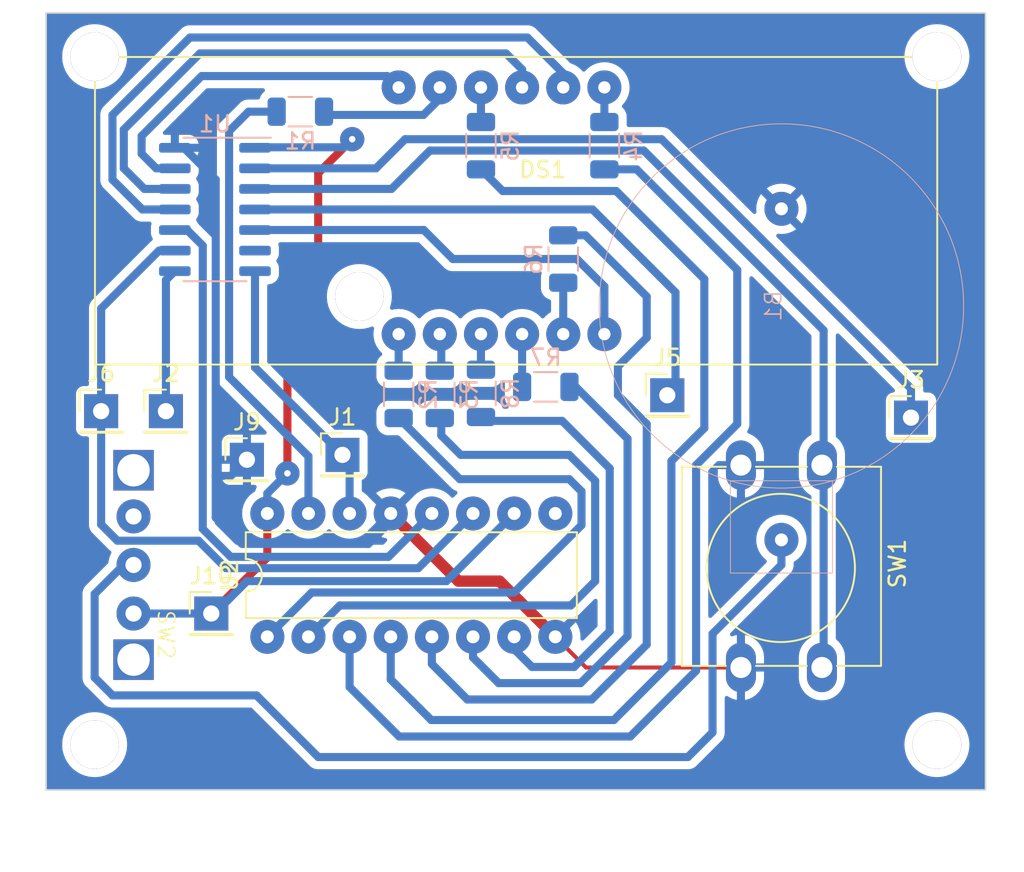
<source format=kicad_pcb>
(kicad_pcb (version 20240108) (generator "pcbnew") (generator_version "8.0")
  (layers (0 "F.Cu" signal) (31 "B.Cu" signal) (34 "B.Paste" user) (35 "F.Paste" user) (36 "B.SilkS" user "B.Silkscreen") (37 "F.SilkS" user "F.Silkscreen") (38 "B.Mask" user) (39 "F.Mask" user) (44 "Edge.Cuts" user))
  (net 0 "")
  (net 1 "DP4")
  (net 2 "DP3")
  (net 3 "DP2")
  (net 4 "DP1")
  (net 5 "MOSI")
  (net 6 "GND")
  (net 7 "+3V0")
  (net 8 "MISO")
  (net 9 "SCK")
  (net 10 "reset")
  (net 11 "Net-(U2-QA)")
  (net 12 "Net-(U2-QB)")
  (net 13 "Net-(U2-QC)")
  (net 14 "Net-(U2-QD)")
  (net 15 "Net-(U2-QE)")
  (net 16 "Net-(U2-QF)")
  (net 17 "Net-(U2-QG)")
  (net 18 "Net-(U2-QH)")
  (net 19 "PB2")
  (net 20 "serialCS")
  (net 21 "CS2")
  (net 24 "Net-(SW2A-B)")
  (net 26 "A")
  (net 27 "F")
  (net 28 "E")
  (net 29 "C")
  (net 30 "G")
  (net 31 "Dp")
  (net 32 "D")
  (net 33 "B")
  (footprint "CustomParts:hole-3.0mm" (layer "F.Cu") (at 109.6 67)
    (property "Reference" "H**" (hide yes))
    (property "Value" "hole-3.0mm" (hide yes))
    (pad "" thru_hole circle (at 0 0) (size 3 3) (drill 3) (layers "*.Cu"))
  )
  (footprint "Connector_PinHeader_2.54mm:PinHeader_1x01_P2.54mm_Vertical" (layer "F.Cu") (at 72.9 49.1)
    (property "Reference" "J1" (at 0 -2.33 0) (layer "F.SilkS"))
    (property "Value" "Conn_01x01_Pin")
    (fp_line (start -1.33 -1.33) (end 0 -1.33) (stroke (width 0.12)) (layer "F.SilkS"))
    (fp_line (start -1.33 0) (end -1.33 -1.33) (stroke (width 0.12)) (layer "F.SilkS"))
    (fp_line (start -1.33 1.27) (end -1.33 1.33) (stroke (width 0.12)) (layer "F.SilkS"))
    (fp_line (start -1.33 1.27) (end 1.33 1.27) (stroke (width 0.12)) (layer "F.SilkS"))
    (fp_line (start -1.33 1.33) (end 1.33 1.33) (stroke (width 0.12)) (layer "F.SilkS"))
    (fp_line (start 1.33 1.27) (end 1.33 1.33) (stroke (width 0.12)) (layer "F.SilkS"))
    (pad "1" thru_hole rect (at 0 0) (size 2.1 2.1) (drill 1) (layers "*.Cu" "*.Mask") (net 5 "MOSI"))
  )
  (footprint "CustomParts:hole-3.0mm" (layer "F.Cu") (at 73.942 39.318)
    (property "Reference" "H**" (hide yes))
    (property "Value" "hole-3.0mm" (hide yes))
    (pad "" thru_hole circle (at 0 0) (size 3 3) (drill 3) (layers "*.Cu"))
  )
  (footprint "CustomParts:SH5461AS" (layer "F.Cu") (at 82.72 34.02)
    (property "Reference" "DS1" (at 2.54 -2.54 0) (layer "F.SilkS"))
    (property "Value" "~" (hide yes))
    (fp_rect (start -25.1 -9.5) (end 26.9 9.5) (stroke (width 0.12)) (fill none) (layer "F.SilkS"))
    (pad "1" thru_hole circle (at -6.35 7.62) (size 2.1 2.1) (drill 0.762) (layers "*.Cu" "*.Mask") (net 28 "E"))
    (pad "2" thru_hole circle (at -3.81 7.62) (size 2.1 2.1) (drill 0.762) (layers "*.Cu" "*.Mask") (net 32 "D"))
    (pad "3" thru_hole circle (at -1.27 7.62) (size 2.1 2.1) (drill 0.762) (layers "*.Cu" "*.Mask") (net 31 "Dp"))
    (pad "4" thru_hole circle (at 1.27 7.62) (size 2.1 2.1) (drill 0.762) (layers "*.Cu" "*.Mask") (net 29 "C"))
    (pad "5" thru_hole circle (at 3.81 7.62) (size 2.1 2.1) (drill 0.762) (layers "*.Cu" "*.Mask") (net 30 "G"))
    (pad "6" thru_hole circle (at 6.35 7.62) (size 2.1 2.1) (drill 0.762) (layers "*.Cu" "*.Mask") (net 1 "DP4"))
    (pad "7" thru_hole circle (at 6.35 -7.62) (size 2.1 2.1) (drill 0.762) (layers "*.Cu" "*.Mask") (net 33 "B"))
    (pad "8" thru_hole circle (at 3.81 -7.62) (size 2.1 2.1) (drill 0.762) (layers "*.Cu" "*.Mask") (net 2 "DP3"))
    (pad "9" thru_hole circle (at 1.27 -7.62) (size 2.1 2.1) (drill 0.762) (layers "*.Cu" "*.Mask") (net 4 "DP1"))
    (pad "10" thru_hole circle (at -1.27 -7.62) (size 2.1 2.1) (drill 0.762) (layers "*.Cu" "*.Mask") (net 27 "F"))
    (pad "11" thru_hole circle (at -3.81 -7.62) (size 2.1 2.1) (drill 0.762) (layers "*.Cu" "*.Mask") (net 26 "A"))
    (pad "12" thru_hole circle (at -6.35 -7.62) (size 2.1 2.1) (drill 0.762) (layers "*.Cu" "*.Mask") (net 3 "DP2"))
  )
  (footprint "Connector_PinHeader_2.54mm:PinHeader_1x01_P2.54mm_Vertical" (layer "F.Cu") (at 108 46.8)
    (property "Reference" "J3" (at 0 -2.33 0) (layer "F.SilkS"))
    (property "Value" "Conn_01x01_Pin")
    (fp_line (start -1.33 -1.33) (end 0 -1.33) (stroke (width 0.12)) (layer "F.SilkS"))
    (fp_line (start -1.33 0) (end -1.33 -1.33) (stroke (width 0.12)) (layer "F.SilkS"))
    (fp_line (start -1.33 1.27) (end -1.33 1.33) (stroke (width 0.12)) (layer "F.SilkS"))
    (fp_line (start -1.33 1.27) (end 1.33 1.27) (stroke (width 0.12)) (layer "F.SilkS"))
    (fp_line (start -1.33 1.33) (end 1.33 1.33) (stroke (width 0.12)) (layer "F.SilkS"))
    (fp_line (start 1.33 1.27) (end 1.33 1.33) (stroke (width 0.12)) (layer "F.SilkS"))
    (pad "1" thru_hole rect (at 0 0) (size 2.1 2.1) (drill 1) (layers "*.Cu" "*.Mask") (net 20 "serialCS"))
  )
  (footprint "Button_Switch_THT:SW_PUSH-12mm" (layer "F.Cu") (at 102.5 49.734 -90)
    (property "Reference" "SW1" (at 6.08 -4.66 90) (layer "F.SilkS"))
    (property "Value" "SW_Push")
    (fp_line (start 0.1 8.65) (end 0.1 5.93) (stroke (width 0.12)) (layer "F.SilkS"))
    (fp_line (start 12.4 8.65) (end 0.1 8.65) (stroke (width 0.12)) (layer "F.SilkS"))
    (fp_line (start 12.4 5.93) (end 12.4 8.65) (stroke (width 0.12)) (layer "F.SilkS"))
    (fp_line (start 0.1 4.07) (end 0.1 0.93) (stroke (width 0.12)) (layer "F.SilkS"))
    (fp_line (start 12.4 0.93) (end 12.4 4.07) (stroke (width 0.12)) (layer "F.SilkS"))
    (fp_line (start 0.1 -0.93) (end 0.1 -3.65) (stroke (width 0.12)) (layer "F.SilkS"))
    (fp_line (start 0.1 -3.65) (end 12.4 -3.65) (stroke (width 0.12)) (layer "F.SilkS"))
    (fp_line (start 12.4 -3.65) (end 12.4 -0.93) (stroke (width 0.12)) (layer "F.SilkS"))
    (fp_circle (center 6.35 2.54) (end 10.16 5.08) (stroke (width 0.12)) (fill none) (layer "F.SilkS"))
    (pad "1" thru_hole oval (at 0 0 270) (size 3.048 1.85) (drill 1.3) (layers "*.Cu" "*.Mask") (net 19 "PB2"))
    (pad "1" thru_hole oval (at 12.5 0 270) (size 3.048 1.85) (drill 1.3) (layers "*.Cu" "*.Mask") (net 19 "PB2"))
    (pad "2" thru_hole oval (at 0 5 270) (size 3.048 1.85) (drill 1.3) (layers "*.Cu" "*.Mask") (net 6 "GND"))
    (pad "2" thru_hole oval (at 12.5 5 270) (size 3.048 1.85) (drill 1.3) (layers "*.Cu" "*.Mask") (net 6 "GND"))
  )
  (footprint "CustomParts:SS12F47" (layer "F.Cu") (at 60 55.9 -90)
    (property "Reference" "SW2" (at 4.3 -2 -90) (layer "F.SilkS") (effects (font (thickness 0.1))))
    (property "Value" "SW_DPDT_x2")
    (pad "" np_thru_hole rect (at -5.85 0 270) (size 2.5 2.5) (drill 2) (layers "F&B.Cu" "*.Mask"))
    (pad "" np_thru_hole rect (at 5.85 0 270) (size 2.5 2.5) (drill 2) (layers "F&B.Cu" "*.Mask"))
    (pad "1" thru_hole circle (at 3 0 270) (size 2.1 2.1) (drill 1) (layers "*.Cu" "*.Mask") (net 7 "+3V0"))
    (pad "2" thru_hole circle (at 0 0 270) (size 2.1 2.1) (drill 1) (layers "*.Cu" "*.Mask") (net 24 "Net-(SW2A-B)"))
    (pad "3" thru_hole circle (at -3 0 270) (size 2.1 2.1) (drill 1) (layers "*.Cu" "*.Mask"))
  )
  (footprint "Package_DIP:DIP-16_W7.62mm" (layer "F.Cu") (at 68.26 60.34 90)
    (property "Reference" "U2" (at 3.81 -2.33 90) (layer "F.SilkS"))
    (property "Value" "74HC595")
    (fp_line (start 6.46 -1.33) (end 4.81 -1.33) (stroke (width 0.12)) (layer "F.SilkS"))
    (fp_line (start 2.81 -1.33) (end 1.16 -1.33) (stroke (width 0.12)) (layer "F.SilkS"))
    (fp_line (start 1.16 -1.33) (end 1.16 19.11) (stroke (width 0.12)) (layer "F.SilkS"))
    (fp_line (start 6.46 19.11) (end 6.46 -1.33) (stroke (width 0.12)) (layer "F.SilkS"))
    (fp_line (start 1.16 19.11) (end 6.46 19.11) (stroke (width 0.12)) (layer "F.SilkS"))
    (fp_arc (start 4.81 -1.33) (mid 3.81 -0.33) (end 2.81 -1.33) (stroke (width 0.12)) (layer "F.SilkS"))
    (pad "1" thru_hole circle (at 0 0 90) (size 2.1 2.1) (drill 0.8) (layers "*.Cu" "*.Mask") (net 12 "Net-(U2-QB)"))
    (pad "2" thru_hole circle (at 0 2.54 90) (size 2.1 2.1) (drill 0.8) (layers "*.Cu" "*.Mask") (net 13 "Net-(U2-QC)"))
    (pad "3" thru_hole circle (at 0 5.08 90) (size 2.1 2.1) (drill 0.8) (layers "*.Cu" "*.Mask") (net 14 "Net-(U2-QD)"))
    (pad "4" thru_hole circle (at 0 7.62 90) (size 2.1 2.1) (drill 0.8) (layers "*.Cu" "*.Mask") (net 15 "Net-(U2-QE)"))
    (pad "5" thru_hole circle (at 0 10.16 90) (size 2.1 2.1) (drill 0.8) (layers "*.Cu" "*.Mask") (net 16 "Net-(U2-QF)"))
    (pad "6" thru_hole circle (at 0 12.7 90) (size 2.1 2.1) (drill 0.8) (layers "*.Cu" "*.Mask") (net 17 "Net-(U2-QG)"))
    (pad "7" thru_hole circle (at 0 15.24 90) (size 2.1 2.1) (drill 0.8) (layers "*.Cu" "*.Mask") (net 18 "Net-(U2-QH)"))
    (pad "8" thru_hole circle (at 0 17.78 90) (size 2.1 2.1) (drill 0.8) (layers "*.Cu" "*.Mask") (net 6 "GND"))
    (pad "9" thru_hole circle (at 7.62 17.78 90) (size 2.1 2.1) (drill 0.8) (layers "*.Cu" "*.Mask"))
    (pad "10" thru_hole circle (at 7.62 15.24 90) (size 2.1 2.1) (drill 0.8) (layers "*.Cu" "*.Mask") (net 7 "+3V0"))
    (pad "11" thru_hole circle (at 7.62 12.7 90) (size 2.1 2.1) (drill 0.8) (layers "*.Cu" "*.Mask") (net 9 "SCK"))
    (pad "12" thru_hole circle (at 7.62 10.16 90) (size 2.1 2.1) (drill 0.8) (layers "*.Cu" "*.Mask") (net 21 "CS2"))
    (pad "13" thru_hole circle (at 7.62 7.62 90) (size 2.1 2.1) (drill 0.8) (layers "*.Cu" "*.Mask") (net 6 "GND"))
    (pad "14" thru_hole circle (at 7.62 5.08 90) (size 2.1 2.1) (drill 0.8) (layers "*.Cu" "*.Mask") (net 5 "MOSI"))
    (pad "15" thru_hole circle (at 7.62 2.54 90) (size 2.1 2.1) (drill 0.8) (layers "*.Cu" "*.Mask") (net 11 "Net-(U2-QA)"))
    (pad "16" thru_hole circle (at 7.62 0 90) (size 2.1 2.1) (drill 0.8) (layers "*.Cu" "*.Mask") (net 7 "+3V0"))
  )
  (footprint "CustomParts:hole-3.0mm" (layer "F.Cu") (at 109.6 24.5)
    (property "Reference" "H**" (hide yes))
    (property "Value" "hole-3.0mm" (hide yes))
    (pad "" thru_hole circle (at 0 0) (size 3 3) (drill 3) (layers "*.Cu"))
  )
  (footprint "CustomParts:hole-3.0mm" (layer "F.Cu") (at 57.6 24.5)
    (property "Reference" "H**" (hide yes))
    (property "Value" "hole-3.0mm" (hide yes))
    (pad "" thru_hole circle (at 0 0) (size 3 3) (drill 3) (layers "*.Cu"))
  )
  (footprint "Connector_PinHeader_2.54mm:PinHeader_1x01_P2.54mm_Vertical" (layer "F.Cu") (at 62 46.4)
    (property "Reference" "J2" (at 0 -2.33 0) (layer "F.SilkS"))
    (property "Value" "Conn_01x01_Pin")
    (fp_line (start -1.33 -1.33) (end 0 -1.33) (stroke (width 0.12)) (layer "F.SilkS"))
    (fp_line (start -1.33 0) (end -1.33 -1.33) (stroke (width 0.12)) (layer "F.SilkS"))
    (fp_line (start -1.33 1.27) (end -1.33 1.33) (stroke (width 0.12)) (layer "F.SilkS"))
    (fp_line (start -1.33 1.27) (end 1.33 1.27) (stroke (width 0.12)) (layer "F.SilkS"))
    (fp_line (start -1.33 1.33) (end 1.33 1.33) (stroke (width 0.12)) (layer "F.SilkS"))
    (fp_line (start 1.33 1.27) (end 1.33 1.33) (stroke (width 0.12)) (layer "F.SilkS"))
    (pad "1" thru_hole rect (at 0 0) (size 2.1 2.1) (drill 1) (layers "*.Cu" "*.Mask") (net 8 "MISO"))
  )
  (footprint "CustomParts:hole-3.0mm" (layer "F.Cu") (at 57.6 67)
    (property "Reference" "H**" (hide yes))
    (property "Value" "hole-3.0mm" (hide yes))
    (pad "" thru_hole circle (at 0 0) (size 3 3) (drill 3) (layers "*.Cu"))
  )
  (footprint "Connector_PinHeader_2.54mm:PinHeader_1x01_P2.54mm_Vertical" (layer "F.Cu") (at 64.8 58.9)
    (property "Reference" "J10" (at 0 -2.33 0) (layer "F.SilkS"))
    (property "Value" "Conn_01x01_Pin")
    (fp_line (start -1.33 -1.33) (end 0 -1.33) (stroke (width 0.12)) (layer "F.SilkS"))
    (fp_line (start -1.33 0) (end -1.33 -1.33) (stroke (width 0.12)) (layer "F.SilkS"))
    (fp_line (start -1.33 1.27) (end -1.33 1.33) (stroke (width 0.12)) (layer "F.SilkS"))
    (fp_line (start -1.33 1.27) (end 1.33 1.27) (stroke (width 0.12)) (layer "F.SilkS"))
    (fp_line (start -1.33 1.33) (end 1.33 1.33) (stroke (width 0.12)) (layer "F.SilkS"))
    (fp_line (start 1.33 1.27) (end 1.33 1.33) (stroke (width 0.12)) (layer "F.SilkS"))
    (pad "1" thru_hole rect (at 0 0) (size 2.1 2.1) (drill 1) (layers "*.Cu" "*.Mask") (net 7 "+3V0"))
  )
  (footprint "Connector_PinHeader_2.54mm:PinHeader_1x01_P2.54mm_Vertical" (layer "F.Cu") (at 58 46.4)
    (property "Reference" "J6" (at 0 -2.33 0) (layer "F.SilkS"))
    (property "Value" "Conn_01x01_Pin")
    (fp_line (start -1.33 -1.33) (end 0 -1.33) (stroke (width 0.12)) (layer "F.SilkS"))
    (fp_line (start -1.33 0) (end -1.33 -1.33) (stroke (width 0.12)) (layer "F.SilkS"))
    (fp_line (start -1.33 1.27) (end -1.33 1.33) (stroke (width 0.12)) (layer "F.SilkS"))
    (fp_line (start -1.33 1.27) (end 1.33 1.27) (stroke (width 0.12)) (layer "F.SilkS"))
    (fp_line (start -1.33 1.33) (end 1.33 1.33) (stroke (width 0.12)) (layer "F.SilkS"))
    (fp_line (start 1.33 1.27) (end 1.33 1.33) (stroke (width 0.12)) (layer "F.SilkS"))
    (pad "1" thru_hole rect (at 0 0) (size 2.1 2.1) (drill 1) (layers "*.Cu" "*.Mask") (net 9 "SCK"))
  )
  (footprint "Connector_PinHeader_2.54mm:PinHeader_1x01_P2.54mm_Vertical" (layer "F.Cu") (at 67 49.4)
    (property "Reference" "J9" (at 0 -2.33 0) (layer "F.SilkS"))
    (property "Value" "Conn_01x01_Pin")
    (fp_line (start -1.33 -1.33) (end 0 -1.33) (stroke (width 0.12)) (layer "F.SilkS"))
    (fp_line (start -1.33 0) (end -1.33 -1.33) (stroke (width 0.12)) (layer "F.SilkS"))
    (fp_line (start -1.33 1.27) (end -1.33 1.33) (stroke (width 0.12)) (layer "F.SilkS"))
    (fp_line (start -1.33 1.27) (end 1.33 1.27) (stroke (width 0.12)) (layer "F.SilkS"))
    (fp_line (start -1.33 1.33) (end 1.33 1.33) (stroke (width 0.12)) (layer "F.SilkS"))
    (fp_line (start 1.33 1.27) (end 1.33 1.33) (stroke (width 0.12)) (layer "F.SilkS"))
    (pad "1" thru_hole rect (at 0 0) (size 2.1 2.1) (drill 1) (layers "*.Cu" "*.Mask") (net 6 "GND"))
  )
  (footprint "Connector_PinHeader_2.54mm:PinHeader_1x01_P2.54mm_Vertical" (layer "F.Cu") (at 92.954 45.416)
    (property "Reference" "J5" (at 0 -2.33 0) (layer "F.SilkS"))
    (property "Value" "Conn_01x01_Pin")
    (fp_line (start -1.33 -1.33) (end 0 -1.33) (stroke (width 0.12)) (layer "F.SilkS"))
    (fp_line (start -1.33 0) (end -1.33 -1.33) (stroke (width 0.12)) (layer "F.SilkS"))
    (fp_line (start -1.33 1.27) (end -1.33 1.33) (stroke (width 0.12)) (layer "F.SilkS"))
    (fp_line (start -1.33 1.27) (end 1.33 1.27) (stroke (width 0.12)) (layer "F.SilkS"))
    (fp_line (start -1.33 1.33) (end 1.33 1.33) (stroke (width 0.12)) (layer "F.SilkS"))
    (fp_line (start 1.33 1.27) (end 1.33 1.33) (stroke (width 0.12)) (layer "F.SilkS"))
    (pad "1" thru_hole rect (at 0 0) (size 2.1 2.1) (drill 1) (layers "*.Cu" "*.Mask") (net 10 "reset"))
  )
  (footprint "Resistor_SMD:R_1206_3216Metric" (layer "B.Cu") (at 81.45 30 90)
    (property "Reference" "R5" (at 0 1.82 90) (layer "B.SilkS") (effects (justify mirror)))
    (property "Value" "R")
    (fp_line (start 0.727064 -0.91) (end -0.727064 -0.91) (stroke (width 0.12)) (layer "B.SilkS"))
    (fp_line (start 0.727064 0.91) (end -0.727064 0.91) (stroke (width 0.12)) (layer "B.SilkS"))
    (pad "1" smd roundrect (at -1.4625 0 90) (size 1.125 1.75) (layers "B.Cu" "B.Paste" "B.Mask") (roundrect_rratio 0.222222) (net 15 "Net-(U2-QE)"))
    (pad "2" smd roundrect (at 1.4625 0 90) (size 1.125 1.75) (layers "B.Cu" "B.Paste" "B.Mask") (roundrect_rratio 0.222222) (net 27 "F"))
  )
  (footprint "Resistor_SMD:R_1206_3216Metric" (layer "B.Cu") (at 85.4525 44.9 180)
    (property "Reference" "R7" (at 0 1.82 0) (layer "B.SilkS") (effects (justify mirror)))
    (property "Value" "R")
    (fp_line (start 0.727064 0.91) (end -0.727064 0.91) (stroke (width 0.12)) (layer "B.SilkS"))
    (fp_line (start 0.727064 -0.91) (end -0.727064 -0.91) (stroke (width 0.12)) (layer "B.SilkS"))
    (pad "1" smd roundrect (at -1.4625 0 180) (size 1.125 1.75) (layers "B.Cu" "B.Paste" "B.Mask") (roundrect_rratio 0.222222) (net 17 "Net-(U2-QG)"))
    (pad "2" smd roundrect (at 1.4625 0 180) (size 1.125 1.75) (layers "B.Cu" "B.Paste" "B.Mask") (roundrect_rratio 0.222222) (net 29 "C"))
  )
  (footprint "CustomParts:DS1092" (layer "B.Cu") (at 100 39.9 -90)
    (property "Reference" "B1" (at 0 0.5 90) (layer "B.SilkS") (effects (font (thickness 0.1)) (justify mirror)))
    (property "Value" "~")
    (fp_rect (start 16.5 -3.15) (end 10.8 3.15) (stroke (width 0.05)) (fill none) (layer "B.SilkS"))
    (fp_circle (center 0 0) (end 11.25 0) (stroke (width 0.05)) (fill none) (layer "B.SilkS"))
    (pad "1" thru_hole circle (at -6 0 270) (size 2.1 2.1) (drill 0.8) (layers "*.Cu" "*.Mask") (net 6 "GND"))
    (pad "2" thru_hole circle (at 14.45 0 270) (size 2.1 2.1) (drill 0.8) (layers "*.Cu" "*.Mask") (net 24 "Net-(SW2A-B)"))
  )
  (footprint "Resistor_SMD:R_1206_3216Metric" (layer "B.Cu") (at 70.3 27.9)
    (property "Reference" "R1" (at 0 1.82 0) (layer "B.SilkS") (effects (justify mirror)))
    (property "Value" "R")
    (fp_line (start 0.727064 -0.91) (end -0.727064 -0.91) (stroke (width 0.12)) (layer "B.SilkS"))
    (fp_line (start 0.727064 0.91) (end -0.727064 0.91) (stroke (width 0.12)) (layer "B.SilkS"))
    (pad "1" smd roundrect (at -1.4625 0) (size 1.125 1.75) (layers "B.Cu" "B.Paste" "B.Mask") (roundrect_rratio 0.222222) (net 11 "Net-(U2-QA)"))
    (pad "2" smd roundrect (at 1.4625 0) (size 1.125 1.75) (layers "B.Cu" "B.Paste" "B.Mask") (roundrect_rratio 0.222222) (net 26 "A"))
  )
  (footprint "Package_SO:SOIC-14_3.9x8.7mm_P1.27mm" (layer "B.Cu") (at 65.025 33.94 180)
    (property "Reference" "U1" (at 0 5.28 0) (layer "B.SilkS") (effects (justify mirror)))
    (property "Value" "ATtiny24A-SS")
    (fp_line (start 1.95 4.435) (end 0 4.435) (stroke (width 0.12)) (layer "B.SilkS"))
    (fp_line (start 1.95 -4.435) (end 0 -4.435) (stroke (width 0.12)) (layer "B.SilkS"))
    (fp_line (start -1.95 -4.435) (end 0 -4.435) (stroke (width 0.12)) (layer "B.SilkS"))
    (fp_line (start -3.45 4.435) (end 0 4.435) (stroke (width 0.12)) (layer "B.SilkS"))
    (pad "1" smd roundrect (at -2.475 3.81 180) (size 1.95 0.6) (layers "B.Cu" "B.Paste" "B.Mask") (net 7 "+3V0"))
    (pad "2" smd roundrect (at -2.475 2.54 180) (size 1.95 0.6) (layers "B.Cu" "B.Paste" "B.Mask") (net 20 "serialCS"))
    (pad "3" smd roundrect (at -2.475 1.27 180) (size 1.95 0.6) (layers "B.Cu" "B.Paste" "B.Mask") (net 19 "PB2"))
    (pad "4" smd roundrect (at -2.475 0 180) (size 1.95 0.6) (layers "B.Cu" "B.Paste" "B.Mask") (net 10 "reset"))
    (pad "5" smd roundrect (at -2.475 -1.27 180) (size 1.95 0.6) (layers "B.Cu" "B.Paste" "B.Mask") (net 1 "DP4"))
    (pad "6" smd roundrect (at -2.475 -2.54 180) (size 1.95 0.6) (layers "B.Cu" "B.Paste" "B.Mask"))
    (pad "7" smd roundrect (at -2.475 -3.81 180) (size 1.95 0.6) (layers "B.Cu" "B.Paste" "B.Mask") (net 5 "MOSI"))
    (pad "8" smd roundrect (at 2.475 -3.81 180) (size 1.95 0.6) (layers "B.Cu" "B.Paste" "B.Mask") (net 8 "MISO"))
    (pad "9" smd roundrect (at 2.475 -2.54 180) (size 1.95 0.6) (layers "B.Cu" "B.Paste" "B.Mask") (net 9 "SCK"))
    (pad "10" smd roundrect (at 2.475 -1.27 180) (size 1.95 0.6) (layers "B.Cu" "B.Paste" "B.Mask") (net 21 "CS2"))
    (pad "11" smd roundrect (at 2.475 0 180) (size 1.95 0.6) (layers "B.Cu" "B.Paste" "B.Mask") (net 2 "DP3"))
    (pad "12" smd roundrect (at 2.475 1.27 180) (size 1.95 0.6) (layers "B.Cu" "B.Paste" "B.Mask") (net 4 "DP1"))
    (pad "13" smd roundrect (at 2.475 2.54 180) (size 1.95 0.6) (layers "B.Cu" "B.Paste" "B.Mask") (net 3 "DP2"))
    (pad "14" smd roundrect (at 2.475 3.81 180) (size 1.95 0.6) (layers "B.Cu" "B.Paste" "B.Mask") (net 6 "GND"))
  )
  (footprint "Resistor_SMD:R_1206_3216Metric" (layer "B.Cu") (at 89.07 30 90)
    (property "Reference" "R4" (at 0 1.82 90) (layer "B.SilkS") (effects (justify mirror)))
    (property "Value" "R")
    (fp_line (start 0.727064 -0.91) (end -0.727064 -0.91) (stroke (width 0.12)) (layer "B.SilkS"))
    (fp_line (start 0.727064 0.91) (end -0.727064 0.91) (stroke (width 0.12)) (layer "B.SilkS"))
    (pad "1" smd roundrect (at -1.4625 0 90) (size 1.125 1.75) (layers "B.Cu" "B.Paste" "B.Mask") (roundrect_rratio 0.222222) (net 14 "Net-(U2-QD)"))
    (pad "2" smd roundrect (at 1.4625 0 90) (size 1.125 1.75) (layers "B.Cu" "B.Paste" "B.Mask") (roundrect_rratio 0.222222) (net 33 "B"))
  )
  (footprint "Resistor_SMD:R_1206_3216Metric" (layer "B.Cu") (at 86.53 37 -90)
    (property "Reference" "R6" (at 0 1.82 90) (layer "B.SilkS") (effects (justify mirror)))
    (property "Value" "R")
    (fp_line (start 0.727064 0.91) (end -0.727064 0.91) (stroke (width 0.12)) (layer "B.SilkS"))
    (fp_line (start 0.727064 -0.91) (end -0.727064 -0.91) (stroke (width 0.12)) (layer "B.SilkS"))
    (pad "1" smd roundrect (at -1.4625 0 270) (size 1.125 1.75) (layers "B.Cu" "B.Paste" "B.Mask") (roundrect_rratio 0.222222) (net 16 "Net-(U2-QF)"))
    (pad "2" smd roundrect (at 1.4625 0 270) (size 1.125 1.75) (layers "B.Cu" "B.Paste" "B.Mask") (roundrect_rratio 0.222222) (net 30 "G"))
  )
  (footprint "Resistor_SMD:R_1206_3216Metric" (layer "B.Cu") (at 76.37 45.3625 90)
    (property "Reference" "R2" (at 0 1.82 90) (layer "B.SilkS") (effects (justify mirror)))
    (property "Value" "R")
    (fp_line (start 0.727064 -0.91) (end -0.727064 -0.91) (stroke (width 0.12)) (layer "B.SilkS"))
    (fp_line (start 0.727064 0.91) (end -0.727064 0.91) (stroke (width 0.12)) (layer "B.SilkS"))
    (pad "1" smd roundrect (at -1.4625 0 90) (size 1.125 1.75) (layers "B.Cu" "B.Paste" "B.Mask") (roundrect_rratio 0.222222) (net 12 "Net-(U2-QB)"))
    (pad "2" smd roundrect (at 1.4625 0 90) (size 1.125 1.75) (layers "B.Cu" "B.Paste" "B.Mask") (roundrect_rratio 0.222222) (net 28 "E"))
  )
  (footprint "Resistor_SMD:R_1206_3216Metric" (layer "B.Cu") (at 81.45 45.3 90)
    (property "Reference" "R8" (at 0 1.82 90) (layer "B.SilkS") (effects (justify mirror)))
    (property "Value" "R")
    (fp_line (start 0.727064 -0.91) (end -0.727064 -0.91) (stroke (width 0.12)) (layer "B.SilkS"))
    (fp_line (start 0.727064 0.91) (end -0.727064 0.91) (stroke (width 0.12)) (layer "B.SilkS"))
    (pad "1" smd roundrect (at -1.4625 0 90) (size 1.125 1.75) (layers "B.Cu" "B.Paste" "B.Mask") (roundrect_rratio 0.222222) (net 18 "Net-(U2-QH)"))
    (pad "2" smd roundrect (at 1.4625 0 90) (size 1.125 1.75) (layers "B.Cu" "B.Paste" "B.Mask") (roundrect_rratio 0.222222) (net 31 "Dp"))
  )
  (footprint "Resistor_SMD:R_1206_3216Metric" (layer "B.Cu") (at 78.91 45.3625 90)
    (property "Reference" "R3" (at 0 1.82 90) (layer "B.SilkS") (effects (justify mirror)))
    (property "Value" "R")
    (fp_line (start 0.727064 -0.91) (end -0.727064 -0.91) (stroke (width 0.12)) (layer "B.SilkS"))
    (fp_line (start 0.727064 0.91) (end -0.727064 0.91) (stroke (width 0.12)) (layer "B.SilkS"))
    (pad "1" smd roundrect (at -1.4625 0 90) (size 1.125 1.75) (layers "B.Cu" "B.Paste" "B.Mask") (roundrect_rratio 0.222222) (net 13 "Net-(U2-QC)"))
    (pad "2" smd roundrect (at 1.4625 0 90) (size 1.125 1.75) (layers "B.Cu" "B.Paste" "B.Mask") (roundrect_rratio 0.222222) (net 32 "D"))
  )
  (gr_rect (start 54.6 21.8) (end 112.6 69.8) (stroke (width 0.1)) (fill none) (layer "Edge.Cuts"))
  (segment (start 89.07 41.64) (end 89.07 38.698122) (width 0.5) (layer "B.Cu") (net 1))
  (segment (start 77.922 35.21) (end 67.5 35.21) (width 0.5) (layer "B.Cu") (net 1))
  (segment (start 79.712 37) (end 77.922 35.21) (width 0.5) (layer "B.Cu") (net 1))
  (segment (start 87.371878 37) (end 79.712 37) (width 0.5) (layer "B.Cu") (net 1))
  (segment (start 89.07 38.698122) (end 87.371878 37) (width 0.5) (layer "B.Cu") (net 1))
  (segment (start 58.7 32.1) (end 58.7 28.1) (width 0.5) (layer "B.Cu") (net 2))
  (segment (start 84.316 23.316) (end 86.53 25.53) (width 0.5) (layer "B.Cu") (net 2))
  (segment (start 86.53 25.53) (end 86.53 26.4) (width 0.5) (layer "B.Cu") (net 2))
  (segment (start 63.484 23.316) (end 84.316 23.316) (width 0.5) (layer "B.Cu") (net 2))
  (segment (start 58.7 28.1) (end 63.484 23.316) (width 0.5) (layer "B.Cu") (net 2))
  (segment (start 60.54 33.94) (end 58.7 32.1) (width 0.5) (layer "B.Cu") (net 2))
  (segment (start 62.55 33.94) (end 60.54 33.94) (width 0.5) (layer "B.Cu") (net 2))
  (segment (start 60.5 30.5) (end 61.4 31.4) (width 0.5) (layer "B.Cu") (net 3))
  (segment (start 75.67 25.7) (end 64.2 25.7) (width 0.5) (layer "B.Cu") (net 3))
  (segment (start 61.4 31.4) (end 62.55 31.4) (width 0.5) (layer "B.Cu") (net 3))
  (segment (start 64.2 25.7) (end 60.5 29.4) (width 0.5) (layer "B.Cu") (net 3))
  (segment (start 76.37 26.4) (end 75.67 25.7) (width 0.5) (layer "B.Cu") (net 3))
  (segment (start 60.5 29.4) (end 60.5 30.5) (width 0.5) (layer "B.Cu") (net 3))
  (segment (start 59.4 31.4) (end 59.4 29) (width 0.5) (layer "B.Cu") (net 4))
  (segment (start 60.67 32.67) (end 59.4 31.4) (width 0.5) (layer "B.Cu") (net 4))
  (segment (start 59.4 29) (end 64.1 24.3) (width 0.5) (layer "B.Cu") (net 4))
  (segment (start 83.99 25.29) (end 83.99 26.4) (width 0.5) (layer "B.Cu") (net 4))
  (segment (start 64.1 24.3) (end 83 24.3) (width 0.5) (layer "B.Cu") (net 4))
  (segment (start 62.55 32.67) (end 60.67 32.67) (width 0.5) (layer "B.Cu") (net 4))
  (segment (start 83 24.3) (end 83.99 25.29) (width 0.5) (layer "B.Cu") (net 4))
  (segment (start 67.5 43.7) (end 73.34 49.54) (width 0.5) (layer "B.Cu") (net 5))
  (segment (start 67.5 37.75) (end 67.5 43.7) (width 0.5) (layer "B.Cu") (net 5))
  (segment (start 73.34 49.54) (end 73.34 52.72) (width 0.5) (layer "B.Cu") (net 5))
  (segment (start 75.88 52.72) (end 80.06 56.9) (width 0.7) (layer "F.Cu") (net 6))
  (segment (start 87.934 62.234) (end 86.04 60.34) (width 0.25) (layer "F.Cu") (net 6))
  (segment (start 80.06 56.9) (end 82.6 56.9) (width 0.7) (layer "F.Cu") (net 6))
  (segment (start 82.6 56.9) (end 86.04 60.34) (width 0.7) (layer "F.Cu") (net 6))
  (segment (start 97.606 62.234) (end 87.934 62.234) (width 0.25) (layer "F.Cu") (net 6))
  (segment (start 65.075 32.097316) (end 63.107684 30.13) (width 0.5) (layer "B.Cu") (net 6))
  (segment (start 65.075 52.975) (end 65.075 50.4) (width 0.5) (layer "B.Cu") (net 6))
  (segment (start 66.7 54.6) (end 65.075 52.975) (width 0.5) (layer "B.Cu") (net 6))
  (segment (start 67 49.4) (end 66 50.4) (width 0.5) (layer "B.Cu") (net 6))
  (segment (start 75.88 52.72) (end 75.88 53.22) (width 0.5) (layer "B.Cu") (net 6))
  (segment (start 65.075 50.4) (end 65.075 32.097316) (width 0.5) (layer "B.Cu") (net 6))
  (segment (start 75.88 53.22) (end 74.5 54.6) (width 0.5) (layer "B.Cu") (net 6))
  (segment (start 66 50.4) (end 65.075 50.4) (width 0.5) (layer "B.Cu") (net 6))
  (segment (start 74.5 54.6) (end 66.7 54.6) (width 0.5) (layer "B.Cu") (net 6))
  (segment (start 63.107684 30.13) (end 62.55 30.13) (width 0.5) (layer "B.Cu") (net 6))
  (segment (start 69.5 50.24) (end 69.5 43.6) (width 0.5) (layer "F.Cu") (net 7))
  (segment (start 71.4 31.7) (end 73.5 29.6) (width 0.5) (layer "F.Cu") (net 7))
  (segment (start 69.5 43.6) (end 71.4 41.7) (width 0.5) (layer "F.Cu") (net 7))
  (segment (start 68.26 55.44) (end 64.8 58.9) (width 0.5) (layer "F.Cu") (net 7))
  (segment (start 71.4 41.7) (end 71.4 31.7) (width 0.5) (layer "F.Cu") (net 7))
  (segment (start 68.26 52.72) (end 68.26 55.44) (width 0.5) (layer "F.Cu") (net 7))
  (via (at 73.5 29.6) (size 1.5) (drill 0.4) (layers "F.Cu" "B.Cu") (net 7))
  (via (at 69.5 50.24) (size 1.5) (drill 0.4) (layers "F.Cu" "B.Cu") (net 7))
  (segment (start 73 30.1) (end 67.53 30.1) (width 0.5) (layer "B.Cu") (net 7))
  (segment (start 64.8 58.9) (end 65 58.9) (width 0.5) (layer "B.Cu") (net 7))
  (segment (start 67.53 30.1) (end 67.5 30.13) (width 0.5) (layer "B.Cu") (net 7))
  (segment (start 69.5 50.24) (end 68.26 51.48) (width 0.5) (layer "B.Cu") (net 7))
  (segment (start 65 58.9) (end 67 56.9) (width 0.5) (layer "B.Cu") (net 7))
  (segment (start 79.32 56.9) (end 83.5 52.72) (width 0.5) (layer "B.Cu") (net 7))
  (segment (start 64.8 58.9) (end 60 58.9) (width 0.5) (layer "B.Cu") (net 7))
  (segment (start 73.5 29.6) (end 73 30.1) (width 0.5) (layer "B.Cu") (net 7))
  (segment (start 68.26 51.48) (end 68.26 52.72) (width 0.5) (layer "B.Cu") (net 7))
  (segment (start 67 56.9) (end 79.32 56.9) (width 0.5) (layer "B.Cu") (net 7))
  (segment (start 62 46.4) (end 62 38.3) (width 0.5) (layer "B.Cu") (net 8))
  (segment (start 62 38.3) (end 62.55 37.75) (width 0.5) (layer "B.Cu") (net 8))
  (segment (start 58 40.055001) (end 61.575001 36.48) (width 0.5) (layer "B.Cu") (net 9))
  (segment (start 58 53.4) (end 58 46.4) (width 0.5) (layer "B.Cu") (net 9))
  (segment (start 59 54.4) (end 58 53.4) (width 0.5) (layer "B.Cu") (net 9))
  (segment (start 77.58 56.1) (end 65.71005 56.1) (width 0.5) (layer "B.Cu") (net 9))
  (segment (start 80.96 52.72) (end 77.58 56.1) (width 0.5) (layer "B.Cu") (net 9))
  (segment (start 61.575001 36.48) (end 62.55 36.48) (width 0.5) (layer "B.Cu") (net 9))
  (segment (start 64.01005 54.4) (end 59 54.4) (width 0.5) (layer "B.Cu") (net 9))
  (segment (start 58 46.4) (end 58 40.055001) (width 0.5) (layer "B.Cu") (net 9))
  (segment (start 65.71005 56.1) (end 64.01005 54.4) (width 0.5) (layer "B.Cu") (net 9))
  (segment (start 92.954 45.416) (end 93.462 44.908) (width 0.5) (layer "B.Cu") (net 10))
  (segment (start 93.462 39.062) (end 88.34 33.94) (width 0.5) (layer "B.Cu") (net 10))
  (segment (start 88.34 33.94) (end 67.5 33.94) (width 0.5) (layer "B.Cu") (net 10))
  (segment (start 93.462 44.908) (end 93.462 39.062) (width 0.5) (layer "B.Cu") (net 10))
  (segment (start 70.8 52.72) (end 70.8 49.18995) (width 0.5) (layer "B.Cu") (net 11))
  (segment (start 65.9 29.1) (end 67.1 27.9) (width 0.5) (layer "B.Cu") (net 11))
  (segment (start 65.9 44.28995) (end 65.9 29.1) (width 0.5) (layer "B.Cu") (net 11))
  (segment (start 70.8 49.18995) (end 65.9 44.28995) (width 0.5) (layer "B.Cu") (net 11))
  (segment (start 67.1 27.9) (end 68.8375 27.9) (width 0.5) (layer "B.Cu") (net 11))
  (segment (start 76.37 46.825) (end 80.145 50.6) (width 0.5) (layer "B.Cu") (net 12))
  (segment (start 87.658 51.358) (end 87.658 53.442) (width 0.5) (layer "B.Cu") (net 12))
  (segment (start 86.9 50.6) (end 87.658 51.358) (width 0.5) (layer "B.Cu") (net 12))
  (segment (start 80.145 50.6) (end 86.9 50.6) (width 0.5) (layer "B.Cu") (net 12))
  (segment (start 87.658 53.442) (end 83.5 57.6) (width 0.5) (layer "B.Cu") (net 12))
  (segment (start 83.5 57.6) (end 71 57.6) (width 0.5) (layer "B.Cu") (net 12))
  (segment (start 71 57.6) (end 68.26 60.34) (width 0.5) (layer "B.Cu") (net 12))
  (segment (start 88.5 50.7) (end 88.5 56.9) (width 0.5) (layer "B.Cu") (net 13))
  (segment (start 72.74 58.4) (end 70.8 60.34) (width 0.5) (layer "B.Cu") (net 13))
  (segment (start 86.9 49.1) (end 88.5 50.7) (width 0.5) (layer "B.Cu") (net 13))
  (segment (start 79 47.9) (end 80.2 49.1) (width 0.5) (layer "B.Cu") (net 13))
  (segment (start 87 58.4) (end 72.74 58.4) (width 0.5) (layer "B.Cu") (net 13))
  (segment (start 80.2 49.1) (end 86.9 49.1) (width 0.5) (layer "B.Cu") (net 13))
  (segment (start 79 46.825) (end 79 47.9) (width 0.5) (layer "B.Cu") (net 13))
  (segment (start 88.5 56.9) (end 87 58.4) (width 0.5) (layer "B.Cu") (net 13))
  (segment (start 94.732 49.734) (end 97.272 47.194) (width 0.5) (layer "B.Cu") (net 14))
  (segment (start 91.0625 31.4625) (end 89.07 31.4625) (width 0.5) (layer "B.Cu") (net 14))
  (segment (start 94.732 62.434) (end 94.732 49.734) (width 0.5) (layer "B.Cu") (net 14))
  (segment (start 73.34 63.44) (end 76.396 66.496) (width 0.5) (layer "B.Cu") (net 14))
  (segment (start 97.272 37.672) (end 91.0625 31.4625) (width 0.5) (layer "B.Cu") (net 14))
  (segment (start 97.272 47.194) (end 97.272 37.672) (width 0.5) (layer "B.Cu") (net 14))
  (segment (start 73.34 60.34) (end 73.34 63.44) (width 0.5) (layer "B.Cu") (net 14))
  (segment (start 76.396 66.496) (end 90.67 66.496) (width 0.5) (layer "B.Cu") (net 14))
  (segment (start 90.67 66.496) (end 94.732 62.434) (width 0.5) (layer "B.Cu") (net 14))
  (segment (start 78.38 65.48) (end 75.88 62.98) (width 0.5) (layer "B.Cu") (net 15))
  (segment (start 75.88 62.98) (end 75.88 60.34) (width 0.5) (layer "B.Cu") (net 15))
  (segment (start 95.24 38.24) (end 95.24 47.448) (width 0.5) (layer "B.Cu") (net 15))
  (segment (start 93.208 49.48) (end 93.208 61.926) (width 0.5) (layer "B.Cu") (net 15))
  (segment (start 93.208 61.926) (end 89.654 65.48) (width 0.5) (layer "B.Cu") (net 15))
  (segment (start 95.24 47.448) (end 93.208 49.48) (width 0.5) (layer "B.Cu") (net 15))
  (segment (start 89.654 65.48) (end 78.38 65.48) (width 0.5) (layer "B.Cu") (net 15))
  (segment (start 81.45 31.4625) (end 82.7875 32.8) (width 0.5) (layer "B.Cu") (net 15))
  (segment (start 89.8 32.8) (end 95.24 38.24) (width 0.5) (layer "B.Cu") (net 15))
  (segment (start 82.7875 32.8) (end 89.8 32.8) (width 0.5) (layer "B.Cu") (net 15))
  (segment (start 91.684 60.816) (end 88.29 64.21) (width 0.5) (layer "B.Cu") (net 16))
  (segment (start 91.684 47.194) (end 91.684 60.816) (width 0.5) (layer "B.Cu") (net 16))
  (segment (start 91.684 39.32) (end 91.684 41.86) (width 0.5) (layer "B.Cu") (net 16))
  (segment (start 89.906 43.638) (end 89.906 45.416) (width 0.5) (layer "B.Cu") (net 16))
  (segment (start 78.42 62.02) (end 78.42 60.34) (width 0.5) (layer "B.Cu") (net 16))
  (segment (start 86.53 35.5375) (end 87.9015 35.5375) (width 0.5) (layer "B.Cu") (net 16))
  (segment (start 91.684 41.86) (end 89.906 43.638) (width 0.5) (layer "B.Cu") (net 16))
  (segment (start 88.29 64.21) (end 80.61 64.21) (width 0.5) (layer "B.Cu") (net 16))
  (segment (start 89.906 45.416) (end 91.684 47.194) (width 0.5) (layer "B.Cu") (net 16))
  (segment (start 87.9015 35.5375) (end 91.684 39.32) (width 0.5) (layer "B.Cu") (net 16))
  (segment (start 80.61 64.21) (end 78.42 62.02) (width 0.5) (layer "B.Cu") (net 16))
  (segment (start 80.96 60.34) (end 80.96 61.616) (width 0.5) (layer "B.Cu") (net 17))
  (segment (start 80.96 61.616) (end 82.544 63.2) (width 0.5) (layer "B.Cu") (net 17))
  (segment (start 87.6 63.2) (end 90.5 60.3) (width 0.5) (layer "B.Cu") (net 17))
  (segment (start 82.544 63.2) (end 87.6 63.2) (width 0.5) (layer "B.Cu") (net 17))
  (segment (start 90.5 48.1) (end 87.3 44.9) (width 0.5) (layer "B.Cu") (net 17))
  (segment (start 90.5 60.3) (end 90.5 48.1) (width 0.5) (layer "B.Cu") (net 17))
  (segment (start 87.3 44.9) (end 86.915 44.9) (width 0.5) (layer "B.Cu") (net 17))
  (segment (start 81.45 46.7625) (end 81.6875 47) (width 0.5) (layer "B.Cu") (net 18))
  (segment (start 89.4 60) (end 87.2 62.2) (width 0.5) (layer "B.Cu") (net 18))
  (segment (start 89.4 49.9375) (end 89.4 60) (width 0.5) (layer "B.Cu") (net 18))
  (segment (start 84.6 62.2) (end 83.5 61.1) (width 0.5) (layer "B.Cu") (net 18))
  (segment (start 87.2 62.2) (end 84.6 62.2) (width 0.5) (layer "B.Cu") (net 18))
  (segment (start 81.6875 47) (end 86.4625 47) (width 0.5) (layer "B.Cu") (net 18))
  (segment (start 83.5 61.1) (end 83.5 60.34) (width 0.5) (layer "B.Cu") (net 18))
  (segment (start 86.4625 47) (end 89.4 49.9375) (width 0.5) (layer "B.Cu") (net 18))
  (segment (start 91.5 30.3) (end 78.3 30.3) (width 0.5) (layer "B.Cu") (net 19))
  (segment (start 102.606 49.734) (end 102.606 62.234) (width 0.5) (layer "B.Cu") (net 19))
  (segment (start 78.3 30.3) (end 75.93 32.67) (width 0.5) (layer "B.Cu") (net 19))
  (segment (start 75.93 32.67) (end 67.5 32.67) (width 0.5) (layer "B.Cu") (net 19))
  (segment (start 102.606 41.406) (end 91.5 30.3) (width 0.5) (layer "B.Cu") (net 19))
  (segment (start 102.606 49.734) (end 102.606 41.406) (width 0.5) (layer "B.Cu") (net 19))
  (segment (start 67.5 31.4) (end 74.966 31.4) (width 0.5) (layer "B.Cu") (net 20))
  (segment (start 92.6 29.6) (end 108 45) (width 0.5) (layer "B.Cu") (net 20))
  (segment (start 108 45) (end 108 46.8) (width 0.5) (layer "B.Cu") (net 20))
  (segment (start 74.966 31.4) (end 76.766 29.6) (width 0.5) (layer "B.Cu") (net 20))
  (segment (start 76.766 29.6) (end 92.6 29.6) (width 0.5) (layer "B.Cu") (net 20))
  (segment (start 64.275 53.675) (end 66 55.4) (width 0.5) (layer "B.Cu") (net 21))
  (segment (start 63.31 35.21) (end 64.275 36.175) (width 0.5) (layer "B.Cu") (net 21))
  (segment (start 62.55 35.21) (end 63.31 35.21) (width 0.5) (layer "B.Cu") (net 21))
  (segment (start 75.74 55.4) (end 78.42 52.72) (width 0.5) (layer "B.Cu") (net 21))
  (segment (start 64.275 36.175) (end 64.275 53.675) (width 0.5) (layer "B.Cu") (net 21))
  (segment (start 66 55.4) (end 75.74 55.4) (width 0.5) (layer "B.Cu") (net 21))
  (segment (start 94.226 67.766) (end 95.748 66.244) (width 0.5) (layer "B.Cu") (net 24))
  (segment (start 59.392 55.9) (end 57.6 57.692) (width 0.5) (layer "B.Cu") (net 24))
  (segment (start 57.6 57.692) (end 57.6 62.854) (width 0.5) (layer "B.Cu") (net 24))
  (segment (start 57.6 62.854) (end 58.702 63.956) (width 0.5) (layer "B.Cu") (net 24))
  (segment (start 58.702 63.956) (end 67.592 63.956) (width 0.5) (layer "B.Cu") (net 24))
  (segment (start 95.748 66.244) (end 95.748 60.148) (width 0.5) (layer "B.Cu") (net 24))
  (segment (start 95.748 60.148) (end 100 55.896) (width 0.5) (layer "B.Cu") (net 24))
  (segment (start 67.592 63.956) (end 71.402 67.766) (width 0.5) (layer "B.Cu") (net 24))
  (segment (start 60 55.9) (end 59.392 55.9) (width 0.5) (layer "B.Cu") (net 24))
  (segment (start 100 55.896) (end 100 54.35) (width 0.5) (layer "B.Cu") (net 24))
  (segment (start 71.402 67.766) (end 94.226 67.766) (width 0.5) (layer "B.Cu") (net 24))
  (segment (start 78.91 27.09) (end 78.91 26.4) (width 0.5) (layer "B.Cu") (net 26))
  (segment (start 71.7625 27.9) (end 71.9625 28.1) (width 0.5) (layer "B.Cu") (net 26))
  (segment (start 77.9 28.1) (end 78.91 27.09) (width 0.5) (layer "B.Cu") (net 26))
  (segment (start 71.9625 28.1) (end 77.9 28.1) (width 0.5) (layer "B.Cu") (net 26))
  (segment (start 81.45 28.5375) (end 81.45 26.4) (width 0.5) (layer "B.Cu") (net 27))
  (segment (start 76.37 43.9) (end 76.37 41.64) (width 0.5) (layer "B.Cu") (net 28))
  (segment (start 83.99 44.9) (end 83.99 41.64) (width 0.5) (layer "B.Cu") (net 29))
  (segment (start 86.53 38.4625) (end 86.53 41.64) (width 0.5) (layer "B.Cu") (net 30))
  (segment (start 81.45 43.8375) (end 81.45 41.64) (width 0.5) (layer "B.Cu") (net 31))
  (segment (start 79 41.73) (end 78.91 41.64) (width 0.5) (layer "B.Cu") (net 32))
  (segment (start 79 43.9) (end 79 41.73) (width 0.5) (layer "B.Cu") (net 32))
  (segment (start 89.07 28.5375) (end 89.07 26.4) (width 0.5) (layer "B.Cu") (net 33))
  (zone (net 6) (net_name "GND") (layer "B.Cu") (connect_pads (clearance 0.5)) (min_thickness 0.25) (fill yes (thermal_gap 0.5) (thermal_bridge_width 0.5))
    (polygon (pts (xy 53 21.4) (xy 115 21) (xy 114.544 74.88) (xy 52.352 74.878)))
  )
)
</source>
